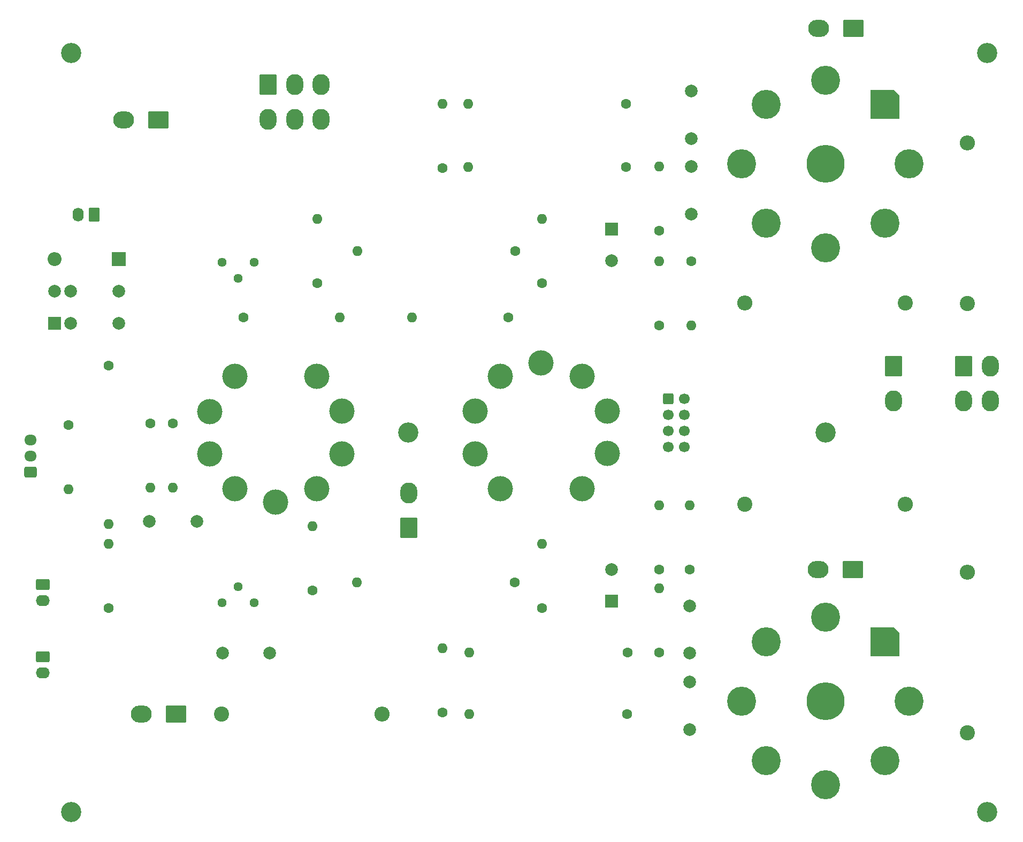
<source format=gbr>
%TF.GenerationSoftware,KiCad,Pcbnew,8.0.8*%
%TF.CreationDate,2025-02-12T00:11:01+01:00*%
%TF.ProjectId,Endstufe,456e6473-7475-4666-952e-6b696361645f,rev?*%
%TF.SameCoordinates,Original*%
%TF.FileFunction,Soldermask,Bot*%
%TF.FilePolarity,Negative*%
%FSLAX46Y46*%
G04 Gerber Fmt 4.6, Leading zero omitted, Abs format (unit mm)*
G04 Created by KiCad (PCBNEW 8.0.8) date 2025-02-12 00:11:01*
%MOMM*%
%LPD*%
G01*
G04 APERTURE LIST*
G04 Aperture macros list*
%AMRoundRect*
0 Rectangle with rounded corners*
0 $1 Rounding radius*
0 $2 $3 $4 $5 $6 $7 $8 $9 X,Y pos of 4 corners*
0 Add a 4 corners polygon primitive as box body*
4,1,4,$2,$3,$4,$5,$6,$7,$8,$9,$2,$3,0*
0 Add four circle primitives for the rounded corners*
1,1,$1+$1,$2,$3*
1,1,$1+$1,$4,$5*
1,1,$1+$1,$6,$7*
1,1,$1+$1,$8,$9*
0 Add four rect primitives between the rounded corners*
20,1,$1+$1,$2,$3,$4,$5,0*
20,1,$1+$1,$4,$5,$6,$7,0*
20,1,$1+$1,$6,$7,$8,$9,0*
20,1,$1+$1,$8,$9,$2,$3,0*%
%AMOutline5P*
0 Free polygon, 5 corners , with rotation*
0 The origin of the aperture is its center*
0 number of corners: always 5*
0 $1 to $10 corner X, Y*
0 $11 Rotation angle, in degrees counterclockwise*
0 create outline with 5 corners*
4,1,5,$1,$2,$3,$4,$5,$6,$7,$8,$9,$10,$1,$2,$11*%
%AMOutline6P*
0 Free polygon, 6 corners , with rotation*
0 The origin of the aperture is its center*
0 number of corners: always 6*
0 $1 to $12 corner X, Y*
0 $13 Rotation angle, in degrees counterclockwise*
0 create outline with 6 corners*
4,1,6,$1,$2,$3,$4,$5,$6,$7,$8,$9,$10,$11,$12,$1,$2,$13*%
%AMOutline7P*
0 Free polygon, 7 corners , with rotation*
0 The origin of the aperture is its center*
0 number of corners: always 7*
0 $1 to $14 corner X, Y*
0 $15 Rotation angle, in degrees counterclockwise*
0 create outline with 7 corners*
4,1,7,$1,$2,$3,$4,$5,$6,$7,$8,$9,$10,$11,$12,$13,$14,$1,$2,$15*%
%AMOutline8P*
0 Free polygon, 8 corners , with rotation*
0 The origin of the aperture is its center*
0 number of corners: always 8*
0 $1 to $16 corner X, Y*
0 $17 Rotation angle, in degrees counterclockwise*
0 create outline with 8 corners*
4,1,8,$1,$2,$3,$4,$5,$6,$7,$8,$9,$10,$11,$12,$13,$14,$15,$16,$1,$2,$17*%
G04 Aperture macros list end*
%ADD10C,2.000000*%
%ADD11C,1.600000*%
%ADD12O,1.600000X1.600000*%
%ADD13RoundRect,0.250001X1.099999X1.399999X-1.099999X1.399999X-1.099999X-1.399999X1.099999X-1.399999X0*%
%ADD14O,2.700000X3.300000*%
%ADD15C,2.400000*%
%ADD16O,2.400000X2.400000*%
%ADD17R,2.200000X2.200000*%
%ADD18O,2.200000X2.200000*%
%ADD19RoundRect,0.250000X0.620000X0.845000X-0.620000X0.845000X-0.620000X-0.845000X0.620000X-0.845000X0*%
%ADD20O,1.740000X2.190000*%
%ADD21RoundRect,0.250001X-1.099999X-1.399999X1.099999X-1.399999X1.099999X1.399999X-1.099999X1.399999X0*%
%ADD22RoundRect,0.250000X0.725000X-0.600000X0.725000X0.600000X-0.725000X0.600000X-0.725000X-0.600000X0*%
%ADD23O,1.950000X1.700000*%
%ADD24RoundRect,0.250000X-0.845000X0.620000X-0.845000X-0.620000X0.845000X-0.620000X0.845000X0.620000X0*%
%ADD25O,2.190000X1.740000*%
%ADD26RoundRect,0.250000X-0.600000X-0.600000X0.600000X-0.600000X0.600000X0.600000X-0.600000X0.600000X0*%
%ADD27C,1.700000*%
%ADD28RoundRect,0.250001X-1.399999X1.099999X-1.399999X-1.099999X1.399999X-1.099999X1.399999X1.099999X0*%
%ADD29O,3.300000X2.700000*%
%ADD30R,2.000000X2.000000*%
%ADD31C,3.200000*%
%ADD32C,6.000000*%
%ADD33Outline5P,-2.300000X2.300000X1.380000X2.300000X2.300000X1.380000X2.300000X-2.300000X-2.300000X-2.300000X0.000000*%
%ADD34C,4.600000*%
%ADD35C,4.000000*%
%ADD36C,1.440000*%
G04 APERTURE END LIST*
D10*
X77724000Y-120396000D03*
X70224000Y-120396000D03*
D11*
X132307000Y-134112000D03*
D12*
X132307000Y-123952000D03*
D11*
X150876000Y-74422000D03*
D12*
X150876000Y-64262000D03*
D11*
X70358000Y-104902000D03*
D12*
X70358000Y-115062000D03*
D11*
X63754000Y-134112000D03*
D12*
X63754000Y-123952000D03*
D11*
X150876000Y-89408000D03*
D12*
X150876000Y-79248000D03*
D11*
X155956000Y-79248000D03*
D12*
X155956000Y-89408000D03*
D11*
X85063000Y-88138000D03*
D12*
X100303000Y-88138000D03*
D11*
X155702000Y-128016000D03*
D12*
X155702000Y-117856000D03*
D11*
X150876000Y-128016000D03*
D12*
X150876000Y-117856000D03*
D11*
X73914000Y-104902000D03*
D12*
X73914000Y-115062000D03*
D11*
X150876000Y-141097000D03*
D12*
X150876000Y-130937000D03*
D13*
X111252000Y-121412000D03*
D14*
X111252000Y-115912000D03*
D10*
X155956000Y-52304000D03*
X155956000Y-59804000D03*
D11*
X128016000Y-130048000D03*
D12*
X103016000Y-130048000D03*
D10*
X155956000Y-71762000D03*
X155956000Y-64262000D03*
D11*
X63754000Y-95758000D03*
D12*
X63754000Y-120758000D03*
D11*
X145796000Y-150876000D03*
D12*
X120796000Y-150876000D03*
D10*
X155702000Y-141224000D03*
X155702000Y-133724000D03*
D11*
X145856000Y-141097000D03*
D12*
X120856000Y-141097000D03*
D10*
X155702000Y-145796000D03*
X155702000Y-153296000D03*
D15*
X189838000Y-85852000D03*
D16*
X164438000Y-85852000D03*
D15*
X199644000Y-153797000D03*
D16*
X199644000Y-128397000D03*
D15*
X164438000Y-117649000D03*
D16*
X189838000Y-117649000D03*
D11*
X116586000Y-150622000D03*
D12*
X116586000Y-140462000D03*
D11*
X132307000Y-82724000D03*
D12*
X132307000Y-72564000D03*
D15*
X81641000Y-150876000D03*
D16*
X107041000Y-150876000D03*
D15*
X199644000Y-85899000D03*
D16*
X199644000Y-60499000D03*
D11*
X57404000Y-105156000D03*
D12*
X57404000Y-115316000D03*
D17*
X65378000Y-78914000D03*
D18*
X55218000Y-78914000D03*
D19*
X61468000Y-71862000D03*
D20*
X58928000Y-71862000D03*
D11*
X126973000Y-88138000D03*
D12*
X111733000Y-88138000D03*
D21*
X199068000Y-95810000D03*
D14*
X203268000Y-95810000D03*
X199068000Y-101310000D03*
X203268000Y-101310000D03*
D22*
X51408000Y-112529000D03*
D23*
X51408000Y-110029000D03*
X51408000Y-107529000D03*
D24*
X53313000Y-130349000D03*
D25*
X53313000Y-132889000D03*
D26*
X152342000Y-100996000D03*
D27*
X154882000Y-100996000D03*
X152342000Y-103536000D03*
X154882000Y-103536000D03*
X152342000Y-106076000D03*
X154882000Y-106076000D03*
X152342000Y-108616000D03*
X154882000Y-108616000D03*
D11*
X96012000Y-131318000D03*
D12*
X96012000Y-121158000D03*
D24*
X53313000Y-141779000D03*
D25*
X53313000Y-144319000D03*
D10*
X89288000Y-141224000D03*
X81788000Y-141224000D03*
D11*
X116586000Y-64516000D03*
D12*
X116586000Y-54356000D03*
D11*
X128143000Y-77644000D03*
D12*
X103143000Y-77644000D03*
D21*
X89018000Y-51308000D03*
D14*
X93218000Y-51308000D03*
X97418000Y-51308000D03*
X89018000Y-56808000D03*
X93218000Y-56808000D03*
X97418000Y-56808000D03*
D11*
X145669000Y-64309000D03*
D12*
X120669000Y-64309000D03*
D11*
X145669000Y-54356000D03*
D12*
X120669000Y-54356000D03*
D28*
X181610000Y-42418000D03*
D29*
X176110000Y-42418000D03*
D28*
X181558000Y-128016000D03*
D29*
X176058000Y-128016000D03*
D11*
X96774000Y-82724000D03*
D12*
X96774000Y-72564000D03*
D28*
X71628000Y-56896000D03*
D29*
X66128000Y-56896000D03*
D28*
X74422000Y-150876000D03*
D29*
X68922000Y-150876000D03*
D21*
X187960000Y-95846000D03*
D14*
X187960000Y-101346000D03*
D30*
X143383000Y-74168000D03*
D10*
X143383000Y-79168000D03*
D30*
X143383000Y-133016000D03*
D10*
X143383000Y-128016000D03*
D31*
X57800000Y-46294000D03*
X177218000Y-106304000D03*
D30*
X55240500Y-89021500D03*
D10*
X57780500Y-89021500D03*
X65400500Y-89021500D03*
X65400500Y-83941500D03*
X57780500Y-83941500D03*
X55240500Y-83941500D03*
D31*
X202800000Y-166304000D03*
X202800000Y-46294000D03*
X57800000Y-166304000D03*
X111218000Y-106304000D03*
D32*
X177218000Y-63804000D03*
D33*
X186587165Y-54434835D03*
D34*
X190468000Y-63804000D03*
X186587165Y-73173165D03*
X177218000Y-77054000D03*
X167848835Y-73173165D03*
X163968000Y-63804000D03*
X167848835Y-54434835D03*
X177218000Y-50554000D03*
D32*
X177218000Y-148804000D03*
D33*
X186587165Y-139434835D03*
D34*
X190468000Y-148804000D03*
X186587165Y-158173165D03*
X177218000Y-162054000D03*
X167848835Y-158173165D03*
X163968000Y-148804000D03*
X167848835Y-139434835D03*
X177218000Y-135554000D03*
D35*
X125753683Y-115204146D03*
X121756625Y-109703947D03*
X121762127Y-102887170D03*
X125762583Y-97397396D03*
X132218000Y-95304000D03*
X138685666Y-97406287D03*
X142675670Y-102892675D03*
X142702880Y-109630753D03*
X138694565Y-115195238D03*
D36*
X81678000Y-133264000D03*
X84218000Y-130724000D03*
X86758000Y-133264000D03*
D35*
X96682317Y-97403854D03*
X100679375Y-102904053D03*
X100673873Y-109720830D03*
X96673417Y-115210604D03*
X90218000Y-117304000D03*
X83750334Y-115201713D03*
X79760330Y-109715325D03*
X79733120Y-102977247D03*
X83741435Y-97412762D03*
D36*
X86758000Y-79344000D03*
X84218000Y-81884000D03*
X81678000Y-79344000D03*
M02*

</source>
